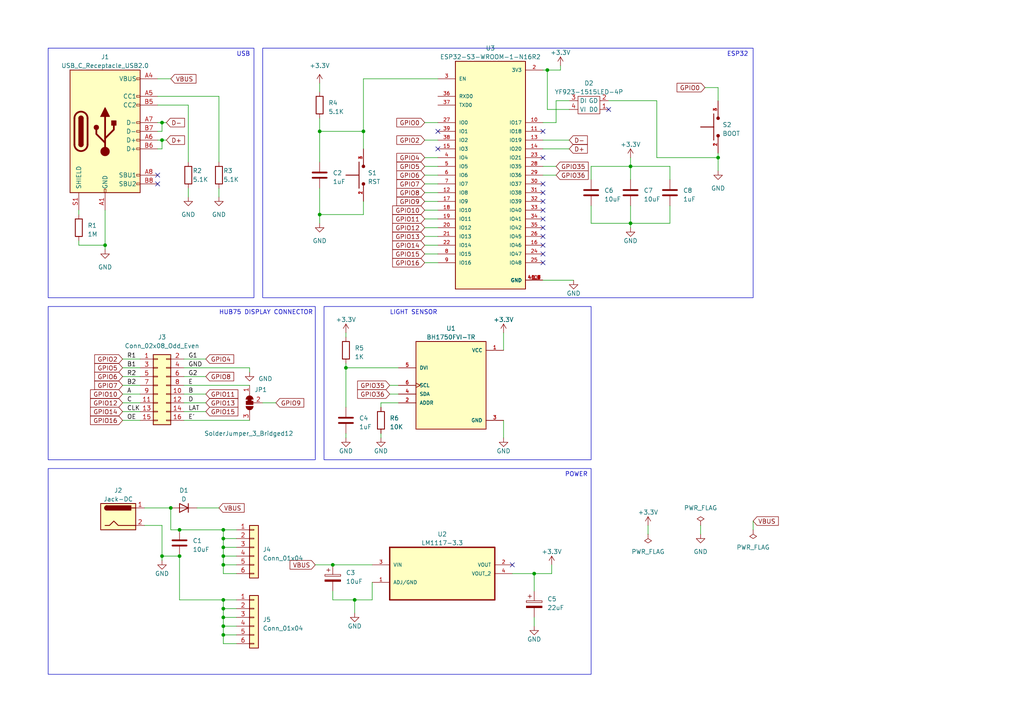
<source format=kicad_sch>
(kicad_sch (version 20230121) (generator eeschema)
  (paper "A4")
  (title_block (title "Station Display") (date "2023-08-05") (rev "E") (company "www.stationdisplay.com") (comment 1 "Stefan Schüller"))
  (lib_symbols
    (symbol "BH1750FVI-TR:BH1750FVI-TR" (pin_names (offset 1.016))
      (property "Reference" "U" (at -10.1737 13.462 0))
      (property "Value" "BH1750FVI-TR" (at -9.922 -15.24 0))
      (symbol "BH1750FVI-TR_0_0"
        (rectangle (start -10.16 -12.7) (end 10.16 12.7) (stroke (width 0.254)) (fill (type background)))
        (pin power_in line (at 15.24 10.16 180) (length 5.08) (name "VCC") (number "1"))
        (pin input line (at -15.24 -5.08 0) (length 5.08) (name "ADDR") (number "2"))
        (pin power_in line (at 15.24 -10.16 180) (length 5.08) (name "GND") (number "3"))
        (pin bidirectional line (at -15.24 -2.54 0) (length 5.08) (name "SDA") (number "4"))
        (pin input line (at -15.24 5.08 0) (length 5.08) (name "DVI") (number "5"))
        (pin input clock (at -15.24 0 0) (length 5.08) (name "SCL") (number "6"))
      )
    )
    (symbol "Connector:Jack-DC" (pin_names (offset 1.016))
      (property "Reference" "J" (at 0 5.334 0))
      (property "Value" "Jack-DC" (at 0 -5.08 0))
      (symbol "Jack-DC_0_1"
        (rectangle (start -5.08 3.81) (end 5.08 -3.81) (stroke (width 0.254)) (fill (type background)))
        (arc (start -3.302 3.175) (mid -3.9343 2.54) (end -3.302 1.905) (stroke (width 0.254)))
        (arc (start -3.302 3.175) (mid -3.9343 2.54) (end -3.302 1.905) (stroke (width 0.254)) (fill (type outline)))
        (polyline (pts (xy 5.08 2.54) (xy 3.81 2.54)) (stroke (width 0.254)))
        (polyline (pts (xy -3.81 -2.54) (xy -2.54 -2.54) (xy -1.27 -1.27) (xy 0 -2.54) (xy 2.54 -2.54) (xy 5.08 -2.54)) (stroke (width 0.254)))
        (rectangle (start 3.683 3.175) (end -3.302 1.905) (stroke (width 0.254)) (fill (type outline)))
      )
      (symbol "Jack-DC_1_1"
        (pin passive line (at 7.62 2.54 180) (length 2.54) (name "~") (number "1"))
        (pin passive line (at 7.62 -2.54 180) (length 2.54) (name "~") (number "2"))
      )
    )
    (symbol "Connector:USB_C_Receptacle_USB2.0" (pin_names (offset 1.016))
      (property "Reference" "J" (at -10.16 19.05 0))
      (property "Value" "USB_C_Receptacle_USB2.0" (at 19.05 19.05 0))
      (symbol "USB_C_Receptacle_USB2.0_0_0"
        (rectangle (start -0.254 -17.78) (end 0.254 -16.764))
        (rectangle (start 10.16 -14.986) (end 9.144 -15.494))
        (rectangle (start 10.16 -12.446) (end 9.144 -12.954))
        (rectangle (start 10.16 -4.826) (end 9.144 -5.334))
        (rectangle (start 10.16 -2.286) (end 9.144 -2.794))
        (rectangle (start 10.16 0.254) (end 9.144 -0.254))
        (rectangle (start 10.16 2.794) (end 9.144 2.286))
        (rectangle (start 10.16 7.874) (end 9.144 7.366))
        (rectangle (start 10.16 10.414) (end 9.144 9.906))
        (rectangle (start 10.16 15.494) (end 9.144 14.986))
      )
      (symbol "USB_C_Receptacle_USB2.0_0_1"
        (rectangle (start -10.16 17.78) (end 10.16 -17.78) (stroke (width 0.254)) (fill (type background)))
        (arc (start -8.89 -3.81) (mid -6.985 -5.7067) (end -5.08 -3.81) (stroke (width 0.508)))
        (arc (start -7.62 -3.81) (mid -6.985 -4.4423) (end -6.35 -3.81) (stroke (width 0.254)))
        (arc (start -7.62 -3.81) (mid -6.985 -4.4423) (end -6.35 -3.81) (stroke (width 0.254)) (fill (type outline)))
        (rectangle (start -7.62 -3.81) (end -6.35 3.81) (stroke (width 0.254)) (fill (type outline)))
        (arc (start -6.35 3.81) (mid -6.985 4.4423) (end -7.62 3.81) (stroke (width 0.254)))
        (arc (start -6.35 3.81) (mid -6.985 4.4423) (end -7.62 3.81) (stroke (width 0.254)) (fill (type outline)))
        (arc (start -5.08 3.81) (mid -6.985 5.7067) (end -8.89 3.81) (stroke (width 0.508)))
        (circle (center -2.54 1.143) (radius 0.635) (stroke (width 0.254)) (fill (type outline)))
        (circle (center 0 -5.842) (radius 1.27) (fill (type outline)))
        (polyline (pts (xy -8.89 -3.81) (xy -8.89 3.81)) (stroke (width 0.508)))
        (polyline (pts (xy -5.08 3.81) (xy -5.08 -3.81)) (stroke (width 0.508)))
        (polyline (pts (xy 0 -5.842) (xy 0 4.318)) (stroke (width 0.508)))
        (polyline (pts (xy 0 -3.302) (xy -2.54 -0.762) (xy -2.54 0.508)) (stroke (width 0.508)))
        (polyline (pts (xy 0 -2.032) (xy 2.54 0.508) (xy 2.54 1.778)) (stroke (width 0.508)))
        (polyline (pts (xy -1.27 4.318) (xy 0 6.858) (xy 1.27 4.318) (xy -1.27 4.318)) (stroke (width 0.254)) (fill (type outline)))
        (rectangle (start 1.905 1.778) (end 3.175 3.048) (stroke (width 0.254)) (fill (type outline)))
      )
      (symbol "USB_C_Receptacle_USB2.0_1_1"
        (pin passive line (at 0 -22.86 90) (length 5.08) (name "GND") (number "A1"))
        (pin passive line (at 0 -22.86 90) (length 5.08) hide (name "GND") (number "A12"))
        (pin passive line (at 15.24 15.24 180) (length 5.08) (name "VBUS") (number "A4"))
        (pin bidirectional line (at 15.24 10.16 180) (length 5.08) (name "CC1") (number "A5"))
        (pin bidirectional line (at 15.24 -2.54 180) (length 5.08) (name "D+") (number "A6"))
        (pin bidirectional line (at 15.24 2.54 180) (length 5.08) (name "D-") (number "A7"))
        (pin bidirectional line (at 15.24 -12.7 180) (length 5.08) (name "SBU1") (number "A8"))
        (pin passive line (at 15.24 15.24 180) (length 5.08) hide (name "VBUS") (number "A9"))
        (pin passive line (at 0 -22.86 90) (length 5.08) hide (name "GND") (number "B1"))
        (pin passive line (at 0 -22.86 90) (length 5.08) hide (name "GND") (number "B12"))
        (pin passive line (at 15.24 15.24 180) (length 5.08) hide (name "VBUS") (number "B4"))
        (pin bidirectional line (at 15.24 7.62 180) (length 5.08) (name "CC2") (number "B5"))
        (pin bidirectional line (at 15.24 -5.08 180) (length 5.08) (name "D+") (number "B6"))
        (pin bidirectional line (at 15.24 0 180) (length 5.08) (name "D-") (number "B7"))
        (pin bidirectional line (at 15.24 -15.24 180) (length 5.08) (name "SBU2") (number "B8"))
        (pin passive line (at 15.24 15.24 180) (length 5.08) hide (name "VBUS") (number "B9"))
        (pin passive line (at -7.62 -22.86 90) (length 5.08) (name "SHIELD") (number "S1"))
      )
    )
    (symbol "Connector_Generic:Conn_01x06" (pin_names (offset 1.016) hide)
      (property "Reference" "J" (at 0 7.62 0))
      (property "Value" "Conn_01x06" (at 0 -10.16 0))
      (symbol "Conn_01x06_1_1"
        (rectangle (start -1.27 -7.493) (end 0 -7.747) (stroke (width 0.1524)))
        (rectangle (start -1.27 -4.953) (end 0 -5.207) (stroke (width 0.1524)))
        (rectangle (start -1.27 -2.413) (end 0 -2.667) (stroke (width 0.1524)))
        (rectangle (start -1.27 0.127) (end 0 -0.127) (stroke (width 0.1524)))
        (rectangle (start -1.27 2.667) (end 0 2.413) (stroke (width 0.1524)))
        (rectangle (start -1.27 5.207) (end 0 4.953) (stroke (width 0.1524)))
        (rectangle (start -1.27 6.35) (end 1.27 -8.89) (stroke (width 0.254)) (fill (type background)))
        (pin passive line (at -5.08 5.08 0) (length 3.81) (name "Pin_1") (number "1"))
        (pin passive line (at -5.08 2.54 0) (length 3.81) (name "Pin_2") (number "2"))
        (pin passive line (at -5.08 0 0) (length 3.81) (name "Pin_3") (number "3"))
        (pin passive line (at -5.08 -2.54 0) (length 3.81) (name "Pin_4") (number "4"))
        (pin passive line (at -5.08 -5.08 0) (length 3.81) (name "Pin_5") (number "5"))
        (pin passive line (at -5.08 -7.62 0) (length 3.81) (name "Pin_6") (number "6"))
      )
    )
    (symbol "Connector_Generic:Conn_02x08_Odd_Even" (pin_names (offset 1.016) hide)
      (property "Reference" "J" (at 1.27 10.16 0))
      (property "Value" "Conn_02x08_Odd_Even" (at 1.27 -12.7 0))
      (symbol "Conn_02x08_Odd_Even_1_1"
        (rectangle (start -1.27 -10.033) (end 0 -10.287) (stroke (width 0.1524)))
        (rectangle (start -1.27 -7.493) (end 0 -7.747) (stroke (width 0.1524)))
        (rectangle (start -1.27 -4.953) (end 0 -5.207) (stroke (width 0.1524)))
        (rectangle (start -1.27 -2.413) (end 0 -2.667) (stroke (width 0.1524)))
        (rectangle (start -1.27 0.127) (end 0 -0.127) (stroke (width 0.1524)))
        (rectangle (start -1.27 2.667) (end 0 2.413) (stroke (width 0.1524)))
        (rectangle (start -1.27 5.207) (end 0 4.953) (stroke (width 0.1524)))
        (rectangle (start -1.27 7.747) (end 0 7.493) (stroke (width 0.1524)))
        (rectangle (start -1.27 8.89) (end 3.81 -11.43) (stroke (width 0.254)) (fill (type background)))
        (rectangle (start 3.81 -10.033) (end 2.54 -10.287) (stroke (width 0.1524)))
        (rectangle (start 3.81 -7.493) (end 2.54 -7.747) (stroke (width 0.1524)))
        (rectangle (start 3.81 -4.953) (end 2.54 -5.207) (stroke (width 0.1524)))
        (rectangle (start 3.81 -2.413) (end 2.54 -2.667) (stroke (width 0.1524)))
        (rectangle (start 3.81 0.127) (end 2.54 -0.127) (stroke (width 0.1524)))
        (rectangle (start 3.81 2.667) (end 2.54 2.413) (stroke (width 0.1524)))
        (rectangle (start 3.81 5.207) (end 2.54 4.953) (stroke (width 0.1524)))
        (rectangle (start 3.81 7.747) (end 2.54 7.493) (stroke (width 0.1524)))
        (pin passive line (at -5.08 7.62 0) (length 3.81) (name "Pin_1") (number "1"))
        (pin passive line (at 7.62 -2.54 180) (length 3.81) (name "Pin_10") (number "10"))
        (pin passive line (at -5.08 -5.08 0) (length 3.81) (name "Pin_11") (number "11"))
        (pin passive line (at 7.62 -5.08 180) (length 3.81) (name "Pin_12") (number "12"))
        (pin passive line (at -5.08 -7.62 0) (length 3.81) (name "Pin_13") (number "13"))
        (pin passive line (at 7.62 -7.62 180) (length 3.81) (name "Pin_14") (number "14"))
        (pin passive line (at -5.08 -10.16 0) (length 3.81) (name "Pin_15") (number "15"))
        (pin passive line (at 7.62 -10.16 180) (length 3.81) (name "Pin_16") (number "16"))
        (pin passive line (at 7.62 7.62 180) (length 3.81) (name "Pin_2") (number "2"))
        (pin passive line (at -5.08 5.08 0) (length 3.81) (name "Pin_3") (number "3"))
        (pin passive line (at 7.62 5.08 180) (length 3.81) (name "Pin_4") (number "4"))
        (pin passive line (at -5.08 2.54 0) (length 3.81) (name "Pin_5") (number "5"))
        (pin passive line (at 7.62 2.54 180) (length 3.81) (name "Pin_6") (number "6"))
        (pin passive line (at -5.08 0 0) (length 3.81) (name "Pin_7") (number "7"))
        (pin passive line (at 7.62 0 180) (length 3.81) (name "Pin_8") (number "8"))
        (pin passive line (at -5.08 -2.54 0) (length 3.81) (name "Pin_9") (number "9"))
      )
    )
    (symbol "Device:C" (pin_numbers hide) (pin_names (offset 0.254))
      (property "Reference" "C" (at 0.635 2.54 0))
      (property "Value" "C" (at 0.635 -2.54 0))
      (symbol "C_0_1"
        (polyline (pts (xy -2.032 -0.762) (xy 2.032 -0.762)) (stroke (width 0.508)))
        (polyline (pts (xy -2.032 0.762) (xy 2.032 0.762)) (stroke (width 0.508)))
      )
      (symbol "C_1_1"
        (pin passive line (at 0 3.81 270) (length 2.794) (name "~") (number "1"))
        (pin passive line (at 0 -3.81 90) (length 2.794) (name "~") (number "2"))
      )
    )
    (symbol "Device:C_Polarized" (pin_numbers hide) (pin_names (offset 0.254))
      (property "Reference" "C" (at 0.635 2.54 0))
      (property "Value" "C_Polarized" (at 0.635 -2.54 0))
      (symbol "C_Polarized_0_1"
        (rectangle (start -2.286 0.508) (end 2.286 1.016))
        (polyline (pts (xy -1.778 2.286) (xy -0.762 2.286)))
        (polyline (pts (xy -1.27 2.794) (xy -1.27 1.778)))
        (rectangle (start 2.286 -0.508) (end -2.286 -1.016) (fill (type outline)))
      )
      (symbol "C_Polarized_1_1"
        (pin passive line (at 0 3.81 270) (length 2.794) (name "~") (number "1"))
        (pin passive line (at 0 -3.81 90) (length 2.794) (name "~") (number "2"))
      )
    )
    (symbol "Device:D" (pin_numbers hide) (pin_names (offset 1.016) hide)
      (property "Reference" "D" (at 0 2.54 0))
      (property "Value" "D" (at 0 -2.54 0))
      (symbol "D_0_1"
        (polyline (pts (xy -1.27 1.27) (xy -1.27 -1.27)) (stroke (width 0.254)))
        (polyline (pts (xy 1.27 0) (xy -1.27 0)))
        (polyline (pts (xy 1.27 1.27) (xy 1.27 -1.27) (xy -1.27 0) (xy 1.27 1.27)) (stroke (width 0.254)))
      )
      (symbol "D_1_1"
        (pin passive line (at -3.81 0 0) (length 2.54) (name "K") (number "1"))
        (pin passive line (at 3.81 0 180) (length 2.54) (name "A") (number "2"))
      )
    )
    (symbol "Device:R" (pin_numbers hide) (pin_names (offset 0))
      (property "Reference" "R" (at 2.032 0 90))
      (property "Value" "R" (at 0 0 90))
      (symbol "R_0_1"
        (rectangle (start -1.016 -2.54) (end 1.016 2.54) (stroke (width 0.254)))
      )
      (symbol "R_1_1"
        (pin passive line (at 0 3.81 270) (length 1.27) (name "~") (number "1"))
        (pin passive line (at 0 -3.81 90) (length 1.27) (name "~") (number "2"))
      )
    )
    (symbol "ESP32-S3-WROOM-1-N16R2:ESP32-S3-WROOM-1-N16R2" (pin_names (offset 1.016))
      (property "Reference" "U" (at -10.16 34.1122 0))
      (property "Value" "ESP32-S3-WROOM-1-N16R2" (at -10.16 -35.56 0))
      (symbol "ESP32-S3-WROOM-1-N16R2_0_0"
        (rectangle (start -10.16 -33.02) (end 10.16 33.02) (stroke (width 0.254)) (fill (type background)))
        (pin power_in line (at 15.24 -30.48 180) (length 5.08) (name "GND") (number "1"))
        (pin bidirectional line (at 15.24 15.24 180) (length 5.08) (name "IO17") (number "10"))
        (pin bidirectional line (at 15.24 12.7 180) (length 5.08) (name "IO18") (number "11"))
        (pin bidirectional line (at -15.24 -5.08 0) (length 5.08) (name "IO8") (number "12"))
        (pin bidirectional line (at 15.24 10.16 180) (length 5.08) (name "IO19") (number "13"))
        (pin bidirectional line (at 15.24 7.62 180) (length 5.08) (name "IO20") (number "14"))
        (pin bidirectional line (at -15.24 7.62 0) (length 5.08) (name "IO3") (number "15"))
        (pin bidirectional line (at 15.24 -20.32 180) (length 5.08) (name "IO46") (number "16"))
        (pin bidirectional line (at -15.24 -7.62 0) (length 5.08) (name "IO9") (number "17"))
        (pin bidirectional line (at -15.24 -10.16 0) (length 5.08) (name "IO10") (number "18"))
        (pin bidirectional line (at -15.24 -12.7 0) (length 5.08) (name "IO11") (number "19"))
        (pin power_in line (at 15.24 30.48 180) (length 5.08) (name "3V3") (number "2"))
        (pin bidirectional line (at -15.24 -15.24 0) (length 5.08) (name "IO12") (number "20"))
        (pin bidirectional line (at -15.24 -17.78 0) (length 5.08) (name "IO13") (number "21"))
        (pin bidirectional line (at -15.24 -20.32 0) (length 5.08) (name "IO14") (number "22"))
        (pin bidirectional line (at 15.24 5.08 180) (length 5.08) (name "IO21") (number "23"))
        (pin bidirectional line (at 15.24 -22.86 180) (length 5.08) (name "IO47") (number "24"))
        (pin bidirectional line (at 15.24 -25.4 180) (length 5.08) (name "IO48") (number "25"))
        (pin bidirectional line (at 15.24 -17.78 180) (length 5.08) (name "IO45") (number "26"))
        (pin bidirectional line (at -15.24 15.24 0) (length 5.08) (name "IO0") (number "27"))
        (pin bidirectional line (at 15.24 2.54 180) (length 5.08) (name "IO35") (number "28"))
        (pin bidirectional line (at 15.24 0 180) (length 5.08) (name "IO36") (number "29"))
        (pin input line (at -15.24 27.94 0) (length 5.08) (name "EN") (number "3"))
        (pin bidirectional line (at 15.24 -2.54 180) (length 5.08) (name "IO37") (number "30"))
        (pin bidirectional line (at 15.24 -5.08 180) (length 5.08) (name "IO38") (number "31"))
        (pin bidirectional line (at 15.24 -7.62 180) (length 5.08) (name "IO39") (number "32"))
        (pin bidirectional line (at 15.24 -10.16 180) (length 5.08) (name "IO40") (number "33"))
        (pin bidirectional line (at 15.24 -12.7 180) (length 5.08) (name "IO41") (number "34"))
        (pin bidirectional line (at 15.24 -15.24 180) (length 5.08) (name "IO42") (number "35"))
        (pin bidirectional line (at -15.24 22.86 0) (length 5.08) (name "RXD0") (number "36"))
        (pin bidirectional line (at -15.24 20.32 0) (length 5.08) (name "TXD0") (number "37"))
        (pin bidirectional line (at -15.24 10.16 0) (length 5.08) (name "IO2") (number "38"))
        (pin bidirectional line (at -15.24 12.7 0) (length 5.08) (name "IO1") (number "39"))
        (pin bidirectional line (at -15.24 5.08 0) (length 5.08) (name "IO4") (number "4"))
        (pin power_in line (at 15.24 -30.48 180) (length 5.08) (name "GND") (number "40"))
        (pin power_in line (at 15.24 -30.48 180) (length 5.08) (name "GND") (number "41_1"))
        (pin power_in line (at 15.24 -30.48 180) (length 5.08) (name "GND") (number "41_2"))
        (pin power_in line (at 15.24 -30.48 180) (length 5.08) (name "GND") (number "41_3"))
        (pin power_in line (at 15.24 -30.48 180) (length 5.08) (name "GND") (number "41_4"))
        (pin power_in line (at 15.24 -30.48 180) (length 5.08) (name "GND") (number "41_5"))
        (pin power_in line (at 15.24 -30.48 180) (length 5.08) (name "GND") (number "41_6"))
        (pin power_in line (at 15.24 -30.48 180) (length 5.08) (name "GND") (number "41_7"))
        (pin power_in line (at 15.24 -30.48 180) (length 5.08) (name "GND") (number "41_8"))
        (pin power_in line (at 15.24 -30.48 180) (length 5.08) (name "GND") (number "41_9"))
        (pin bidirectional line (at -15.24 2.54 0) (length 5.08) (name "IO5") (number "5"))
        (pin bidirectional line (at -15.24 0 0) (length 5.08) (name "IO6") (number "6"))
        (pin bidirectional line (at -15.24 -2.54 0) (length 5.08) (name "IO7") (number "7"))
        (pin bidirectional line (at -15.24 -22.86 0) (length 5.08) (name "IO15") (number "8"))
        (pin bidirectional line (at -15.24 -25.4 0) (length 5.08) (name "IO16") (number "9"))
      )
    )
    (symbol "Jumper:SolderJumper_3_Bridged12" (pin_names (offset 0) hide)
      (property "Reference" "JP" (at -2.54 -2.54 0))
      (property "Value" "SolderJumper_3_Bridged12" (at 0 2.794 0))
      (symbol "SolderJumper_3_Bridged12_0_1"
        (rectangle (start -1.016 0.508) (end -0.508 -0.508) (fill (type outline)))
        (arc (start -1.016 1.016) (mid -2.0276 0) (end -1.016 -1.016))
        (arc (start -1.016 1.016) (mid -2.0276 0) (end -1.016 -1.016) (fill (type outline)))
        (rectangle (start -0.508 1.016) (end 0.508 -1.016) (fill (type outline)))
        (polyline (pts (xy -2.54 0) (xy -2.032 0)))
        (polyline (pts (xy -1.016 1.016) (xy -1.016 -1.016)))
        (polyline (pts (xy 0 -1.27) (xy 0 -1.016)))
        (polyline (pts (xy 1.016 1.016) (xy 1.016 -1.016)))
        (polyline (pts (xy 2.54 0) (xy 2.032 0)))
        (arc (start 1.016 -1.016) (mid 2.0276 0) (end 1.016 1.016))
        (arc (start 1.016 -1.016) (mid 2.0276 0) (end 1.016 1.016) (fill (type outline)))
      )
      (symbol "SolderJumper_3_Bridged12_1_1"
        (pin passive line (at -5.08 0 0) (length 2.54) (name "A") (number "1"))
        (pin passive line (at 0 -3.81 90) (length 2.54) (name "C") (number "2"))
        (pin passive line (at 5.08 0 180) (length 2.54) (name "B") (number "3"))
      )
    )
    (symbol "LM1117-3.3:LM1117-3.3" (pin_names (offset 1.016))
      (property "Reference" "U" (at -4.6353 6.4181 0))
      (property "Value" "LM1117-3.3" (at -5.5051 -12.7177 0))
      (symbol "LM1117-3.3_0_0"
        (rectangle (start -15.24 -10.16) (end 15.24 5.08) (stroke (width 0.4064)) (fill (type background)))
        (pin passive line (at -20.32 -5.08 0) (length 5.08) (name "ADJ/GND") (number "1"))
        (pin output line (at 20.32 0 180) (length 5.08) (name "VOUT") (number "2"))
        (pin input line (at -20.32 0 0) (length 5.08) (name "VIN") (number "3"))
        (pin output line (at 20.32 -2.54 180) (length 5.08) (name "VOUT_2") (number "4"))
      )
    )
    (symbol "SKRPABE010:SKRPABE010" (pin_names (offset 1.016))
      (property "Reference" "S" (at -5.08 6.35 0))
      (property "Value" "SKRPABE010" (at -5.08 -5.08 0))
      (symbol "SKRPABE010_0_0"
        (circle (center -2.54 0) (radius 0.254) (stroke (width 0.508)))
        (polyline (pts (xy -3.81 1.27) (xy 0 1.27)) (stroke (width 0.254)))
        (polyline (pts (xy 0 1.27) (xy 0 5.08)) (stroke (width 0.254)))
        (polyline (pts (xy 0 1.27) (xy 3.81 1.27)) (stroke (width 0.254)))
        (circle (center 2.54 0) (radius 0.254) (stroke (width 0.508)))
        (pin passive line (at -7.62 0 0) (length 5.08) (name "~") (number "1"))
        (pin passive line (at -7.62 0 0) (length 5.08) (name "~") (number "2"))
        (pin passive line (at 7.62 0 180) (length 5.08) (name "~") (number "3"))
        (pin passive line (at 7.62 0 180) (length 5.08) (name "~") (number "4"))
      )
    )
    (symbol "WS2812B:YF923-1515LED-4P"
      (property "Reference" "D" (at 0 0 0))
      (property "Value" "YF923-1515LED-4P" (at 0 2.54 0))
      (symbol "YF923-1515LED-4P_0_1"
        (rectangle (start -3.81 8.89) (end 2.54 3.81))
      )
      (symbol "YF923-1515LED-4P_1_1"
        (pin output line (at 5.08 5.08 180) (length 2.54) (name "D0") (number "1"))
        (pin power_in line (at 5.08 7.62 180) (length 2.54) (name "GD") (number "2"))
        (pin input line (at -6.35 7.62 0) (length 2.54) (name "DI") (number "3"))
        (pin power_in line (at -6.35 5.08 0) (length 2.54) (name "VI") (number "4"))
      )
    )
    (symbol "power:+3.3V" (power) (pin_names (offset 0))
      (property "Value" "+3.3V" (at 0 3.556 0))
      (symbol "+3.3V_0_1"
        (polyline (pts (xy -0.762 1.27) (xy 0 2.54)))
        (polyline (pts (xy 0 0) (xy 0 2.54)))
        (polyline (pts (xy 0 2.54) (xy 0.762 1.27)))
      )
      (symbol "+3.3V_1_1"
        (pin power_in line (at 0 0 90) (length 0) hide (name "+3.3V") (number "1"))
      )
    )
    (symbol "power:GND" (power) (pin_names (offset 0))
      (property "Value" "GND" (at 0 -3.81 0))
      (symbol "GND_0_1"
        (polyline (pts (xy 0 0) (xy 0 -1.27) (xy 1.27 -1.27) (xy 0 -2.54) (xy -1.27 -1.27) (xy 0 -1.27)))
      )
      (symbol "GND_1_1"
        (pin power_in line (at 0 0 270) (length 0) hide (name "GND") (number "1"))
      )
    )
    (symbol "power:PWR_FLAG" (power) (pin_numbers hide) (pin_names (offset 0) hide)
      (property "Value" "PWR_FLAG" (at 0 3.81 0))
      (symbol "PWR_FLAG_0_0"
        (pin power_out line (at 0 0 90) (length 0) (name "pwr") (number "1"))
      )
      (symbol "PWR_FLAG_0_1"
        (polyline (pts (xy 0 0) (xy 0 1.27) (xy -1.016 1.905) (xy 0 2.54) (xy 1.016 1.905) (xy 0 1.27)))
      )
    )
  )
  (junction (at 100.33 106.68))
  (junction (at 64.77 156.21))
  (junction (at 64.77 158.75))
  (junction (at 46.99 35.56))
  (junction (at 30.48 71.12))
  (junction (at 96.52 163.83))
  (junction (at 154.94 166.37))
  (junction (at 64.77 163.83))
  (junction (at 208.28 45.72))
  (junction (at 105.41 38.1))
  (junction (at 46.99 40.64))
  (junction (at 64.77 184.15))
  (junction (at 182.88 48.26))
  (junction (at 64.77 176.53))
  (junction (at 92.71 62.23))
  (junction (at 64.77 153.67))
  (junction (at 52.07 153.67))
  (junction (at 64.77 181.61))
  (junction (at 46.99 161.29))
  (junction (at 49.53 147.32))
  (junction (at 64.77 161.29))
  (junction (at 52.07 161.29))
  (junction (at 64.77 173.99))
  (junction (at 158.75 20.32))
  (junction (at 64.77 179.07))
  (junction (at 182.88 64.77))
  (junction (at 102.87 173.99))
  (junction (at 92.71 38.1))
  (no_connect (at 45.72 50.8))
  (no_connect (at 157.48 76.2))
  (no_connect (at 157.48 38.1))
  (no_connect (at 157.48 71.12))
  (no_connect (at 127 43.18))
  (no_connect (at 157.48 63.5))
  (no_connect (at 157.48 60.96))
  (no_connect (at 157.48 45.72))
  (no_connect (at 176.53 31.75))
  (no_connect (at 157.48 53.34))
  (no_connect (at 157.48 68.58))
  (no_connect (at 148.59 163.83))
  (no_connect (at 157.48 73.66))
  (no_connect (at 127 38.1))
  (no_connect (at 157.48 58.42))
  (no_connect (at 157.48 55.88))
  (no_connect (at 45.72 53.34))
  (no_connect (at 157.48 66.04))
  (wire (pts (xy 45.72 40.64) (xy 46.99 40.64)))
  (wire (pts (xy 46.99 161.29) (xy 52.07 161.29)))
  (wire (pts (xy 64.77 173.99) (xy 52.07 173.99)))
  (wire (pts (xy 53.34 104.14) (xy 59.69 104.14)))
  (wire (pts (xy 96.52 173.99) (xy 102.87 173.99)))
  (wire (pts (xy 208.28 25.4) (xy 208.28 29.21)))
  (wire (pts (xy 190.5 29.21) (xy 176.53 29.21)))
  (wire (pts (xy 160.02 166.37) (xy 160.02 163.83)))
  (wire (pts (xy 35.56 106.68) (xy 40.64 106.68)))
  (wire (pts (xy 157.48 81.28) (xy 166.37 81.28)))
  (wire (pts (xy 161.29 29.21) (xy 161.29 35.56)))
  (wire (pts (xy 110.49 116.84) (xy 115.57 116.84)))
  (wire (pts (xy 113.03 111.76) (xy 115.57 111.76)))
  (wire (pts (xy 100.33 125.73) (xy 100.33 127)))
  (wire (pts (xy 157.48 40.64) (xy 165.1 40.64)))
  (wire (pts (xy 68.58 158.75) (xy 64.77 158.75)))
  (wire (pts (xy 41.91 152.4) (xy 46.99 152.4)))
  (wire (pts (xy 22.86 71.12) (xy 30.48 71.12)))
  (wire (pts (xy 203.2 154.94) (xy 203.2 152.4)))
  (wire (pts (xy 146.05 121.92) (xy 146.05 127)))
  (wire (pts (xy 92.71 24.13) (xy 92.71 26.67)))
  (wire (pts (xy 35.56 111.76) (xy 40.64 111.76)))
  (wire (pts (xy 68.58 163.83) (xy 64.77 163.83)))
  (wire (pts (xy 68.58 166.37) (xy 64.77 166.37)))
  (wire (pts (xy 35.56 109.22) (xy 40.64 109.22)))
  (wire (pts (xy 158.75 31.75) (xy 165.1 31.75)))
  (wire (pts (xy 123.19 71.12) (xy 127 71.12)))
  (wire (pts (xy 182.88 45.72) (xy 182.88 48.26)))
  (wire (pts (xy 146.05 96.52) (xy 146.05 101.6)))
  (wire (pts (xy 46.99 162.56) (xy 46.99 161.29)))
  (wire (pts (xy 92.71 62.23) (xy 92.71 64.77)))
  (wire (pts (xy 35.56 104.14) (xy 40.64 104.14)))
  (wire (pts (xy 46.99 35.56) (xy 48.26 35.56)))
  (wire (pts (xy 46.99 152.4) (xy 46.99 161.29)))
  (wire (pts (xy 208.28 44.45) (xy 208.28 45.72)))
  (wire (pts (xy 105.41 58.42) (xy 105.41 62.23)))
  (wire (pts (xy 157.48 48.26) (xy 161.29 48.26)))
  (wire (pts (xy 96.52 163.83) (xy 107.95 163.83)))
  (wire (pts (xy 154.94 179.07) (xy 154.94 181.61)))
  (wire (pts (xy 68.58 173.99) (xy 64.77 173.99)))
  (wire (pts (xy 187.96 152.4) (xy 187.96 154.94)))
  (wire (pts (xy 35.56 116.84) (xy 40.64 116.84)))
  (wire (pts (xy 35.56 119.38) (xy 40.64 119.38)))
  (wire (pts (xy 123.19 63.5) (xy 127 63.5)))
  (wire (pts (xy 171.45 48.26) (xy 182.88 48.26)))
  (wire (pts (xy 171.45 59.69) (xy 171.45 64.77)))
  (wire (pts (xy 76.2 116.84) (xy 80.01 116.84)))
  (wire (pts (xy 64.77 179.07) (xy 64.77 176.53)))
  (wire (pts (xy 53.34 111.76) (xy 72.39 111.76)))
  (wire (pts (xy 53.34 116.84) (xy 59.69 116.84)))
  (wire (pts (xy 45.72 35.56) (xy 46.99 35.56)))
  (wire (pts (xy 53.34 109.22) (xy 59.69 109.22)))
  (wire (pts (xy 64.77 158.75) (xy 64.77 156.21)))
  (wire (pts (xy 54.61 30.48) (xy 45.72 30.48)))
  (wire (pts (xy 54.61 46.99) (xy 54.61 30.48)))
  (wire (pts (xy 107.95 173.99) (xy 102.87 173.99)))
  (wire (pts (xy 204.47 25.4) (xy 208.28 25.4)))
  (wire (pts (xy 64.77 153.67) (xy 68.58 153.67)))
  (wire (pts (xy 64.77 176.53) (xy 64.77 173.99)))
  (wire (pts (xy 165.1 29.21) (xy 161.29 29.21)))
  (wire (pts (xy 194.31 52.07) (xy 194.31 48.26)))
  (wire (pts (xy 49.53 153.67) (xy 49.53 147.32)))
  (wire (pts (xy 123.19 50.8) (xy 127 50.8)))
  (wire (pts (xy 68.58 156.21) (xy 64.77 156.21)))
  (wire (pts (xy 96.52 171.45) (xy 96.52 173.99)))
  (wire (pts (xy 162.56 19.05) (xy 162.56 20.32)))
  (wire (pts (xy 64.77 156.21) (xy 64.77 153.67)))
  (wire (pts (xy 154.94 166.37) (xy 160.02 166.37)))
  (wire (pts (xy 123.19 66.04) (xy 127 66.04)))
  (wire (pts (xy 148.59 166.37) (xy 154.94 166.37)))
  (wire (pts (xy 105.41 22.86) (xy 105.41 38.1)))
  (wire (pts (xy 68.58 161.29) (xy 64.77 161.29)))
  (wire (pts (xy 110.49 118.11) (xy 110.49 116.84)))
  (wire (pts (xy 68.58 184.15) (xy 64.77 184.15)))
  (wire (pts (xy 53.34 119.38) (xy 59.69 119.38)))
  (wire (pts (xy 41.91 147.32) (xy 49.53 147.32)))
  (wire (pts (xy 123.19 45.72) (xy 127 45.72)))
  (wire (pts (xy 64.77 163.83) (xy 64.77 161.29)))
  (wire (pts (xy 45.72 38.1) (xy 46.99 38.1)))
  (wire (pts (xy 123.19 60.96) (xy 127 60.96)))
  (wire (pts (xy 182.88 52.07) (xy 182.88 48.26)))
  (wire (pts (xy 91.44 163.83) (xy 96.52 163.83)))
  (wire (pts (xy 100.33 105.41) (xy 100.33 106.68)))
  (wire (pts (xy 64.77 186.69) (xy 64.77 184.15)))
  (wire (pts (xy 123.19 53.34) (xy 127 53.34)))
  (wire (pts (xy 100.33 118.11) (xy 100.33 106.68)))
  (wire (pts (xy 45.72 22.86) (xy 49.53 22.86)))
  (wire (pts (xy 35.56 121.92) (xy 40.64 121.92)))
  (wire (pts (xy 92.71 54.61) (xy 92.71 62.23)))
  (wire (pts (xy 194.31 59.69) (xy 194.31 64.77)))
  (wire (pts (xy 158.75 20.32) (xy 157.48 20.32)))
  (wire (pts (xy 100.33 96.52) (xy 100.33 97.79)))
  (wire (pts (xy 123.19 68.58) (xy 127 68.58)))
  (wire (pts (xy 68.58 186.69) (xy 64.77 186.69)))
  (wire (pts (xy 57.15 147.32) (xy 63.5 147.32)))
  (wire (pts (xy 157.48 50.8) (xy 161.29 50.8)))
  (wire (pts (xy 68.58 176.53) (xy 64.77 176.53)))
  (wire (pts (xy 102.87 173.99) (xy 102.87 177.8)))
  (wire (pts (xy 46.99 43.18) (xy 46.99 40.64)))
  (wire (pts (xy 64.77 161.29) (xy 64.77 158.75)))
  (wire (pts (xy 49.53 153.67) (xy 52.07 153.67)))
  (wire (pts (xy 123.19 55.88) (xy 127 55.88)))
  (wire (pts (xy 208.28 45.72) (xy 190.5 45.72)))
  (wire (pts (xy 45.72 27.94) (xy 63.5 27.94)))
  (wire (pts (xy 64.77 166.37) (xy 64.77 163.83)))
  (wire (pts (xy 46.99 38.1) (xy 46.99 35.56)))
  (wire (pts (xy 194.31 48.26) (xy 182.88 48.26)))
  (wire (pts (xy 68.58 181.61) (xy 64.77 181.61)))
  (wire (pts (xy 123.19 58.42) (xy 127 58.42)))
  (wire (pts (xy 92.71 38.1) (xy 92.71 46.99)))
  (wire (pts (xy 182.88 66.04) (xy 182.88 64.77)))
  (wire (pts (xy 123.19 35.56) (xy 127 35.56)))
  (wire (pts (xy 54.61 54.61) (xy 54.61 57.15)))
  (wire (pts (xy 158.75 20.32) (xy 158.75 31.75)))
  (wire (pts (xy 22.86 60.96) (xy 22.86 62.23)))
  (wire (pts (xy 123.19 40.64) (xy 127 40.64)))
  (wire (pts (xy 92.71 34.29) (xy 92.71 38.1)))
  (wire (pts (xy 72.39 107.95) (xy 72.39 106.68)))
  (wire (pts (xy 161.29 35.56) (xy 157.48 35.56)))
  (wire (pts (xy 22.86 69.85) (xy 22.86 71.12)))
  (wire (pts (xy 52.07 153.67) (xy 64.77 153.67)))
  (wire (pts (xy 68.58 179.07) (xy 64.77 179.07)))
  (wire (pts (xy 157.48 43.18) (xy 165.1 43.18)))
  (wire (pts (xy 182.88 64.77) (xy 182.88 59.69)))
  (wire (pts (xy 208.28 45.72) (xy 208.28 49.53)))
  (wire (pts (xy 113.03 114.3) (xy 115.57 114.3)))
  (wire (pts (xy 92.71 38.1) (xy 105.41 38.1)))
  (wire (pts (xy 53.34 114.3) (xy 59.69 114.3)))
  (wire (pts (xy 100.33 106.68) (xy 115.57 106.68)))
  (wire (pts (xy 162.56 20.32) (xy 158.75 20.32)))
  (wire (pts (xy 53.34 121.92) (xy 72.39 121.92)))
  (wire (pts (xy 63.5 54.61) (xy 63.5 57.15)))
  (wire (pts (xy 63.5 27.94) (xy 63.5 46.99)))
  (wire (pts (xy 30.48 71.12) (xy 30.48 72.39)))
  (wire (pts (xy 190.5 45.72) (xy 190.5 29.21)))
  (wire (pts (xy 52.07 173.99) (xy 52.07 161.29)))
  (wire (pts (xy 64.77 181.61) (xy 64.77 179.07)))
  (wire (pts (xy 171.45 64.77) (xy 182.88 64.77)))
  (wire (pts (xy 127 22.86) (xy 105.41 22.86)))
  (wire (pts (xy 64.77 184.15) (xy 64.77 181.61)))
  (wire (pts (xy 218.44 151.13) (xy 218.44 153.67)))
  (wire (pts (xy 182.88 64.77) (xy 194.31 64.77)))
  (wire (pts (xy 154.94 166.37) (xy 154.94 171.45)))
  (wire (pts (xy 123.19 73.66) (xy 127 73.66)))
  (wire (pts (xy 123.19 76.2) (xy 127 76.2)))
  (wire (pts (xy 53.34 106.68) (xy 72.39 106.68)))
  (wire (pts (xy 110.49 125.73) (xy 110.49 127)))
  (wire (pts (xy 105.41 62.23) (xy 92.71 62.23)))
  (wire (pts (xy 123.19 48.26) (xy 127 48.26)))
  (wire (pts (xy 45.72 43.18) (xy 46.99 43.18)))
  (wire (pts (xy 171.45 52.07) (xy 171.45 48.26)))
  (wire (pts (xy 46.99 40.64) (xy 48.26 40.64)))
  (wire (pts (xy 107.95 168.91) (xy 107.95 173.99)))
  (wire (pts (xy 105.41 38.1) (xy 105.41 43.18)))
  (wire (pts (xy 35.56 114.3) (xy 40.64 114.3)))
  (wire (pts (xy 30.48 60.96) (xy 30.48 71.12)))
  (rectangle (start 76.2 13.97) (end 218.44 86.36))
  (rectangle (start 13.97 135.89) (end 171.45 195.58))
  (rectangle (start 13.97 88.9) (end 91.44 133.35))
  (rectangle (start 93.98 88.9) (end 171.45 133.35))
  (rectangle (start 13.97 13.97) (end 73.66 86.36))
  (text "USB" (at 68.58 16.51 0) (effects (font (size 1.27 1.27)) (justify left bottom)))
  (text "HUB75 DISPLAY CONNECTOR" (at 63.5 91.44 0) (effects (font (size 1.27 1.27)) (justify left bottom)))
  (text "ESP32" (at 210.82 16.51 0) (effects (font (size 1.27 1.27)) (justify left bottom)))
  (text "POWER" (at 163.83 138.43 0) (effects (font (size 1.27 1.27)) (justify left bottom)))
  (text "LIGHT SENSOR" (at 113.03 91.44 0) (effects (font (size 1.27 1.27)) (justify left bottom)))
  (label "B1" (at 36.83 106.68 0))
  (label "LAT" (at 54.61 119.38 0))
  (label "C" (at 36.83 116.84 0))
  (label "R2" (at 36.83 109.22 0))
  (label "B2" (at 36.83 111.76 0))
  (label "B" (at 54.61 114.3 0))
  (label "D" (at 54.61 116.84 0))
  (label "G1" (at 54.61 104.14 0))
  (label "GND" (at 54.61 106.68 0))
  (label "G2" (at 54.61 109.22 0))
  (label "E'" (at 54.61 121.92 0))
  (label "CLK" (at 36.83 119.38 0))
  (label "OE" (at 36.83 121.92 0))
  (label "A" (at 36.83 114.3 0))
  (label "E" (at 54.61 111.76 0))
  (label "R1" (at 36.83 104.14 0))
  (global_label "GPIO16" (shape input) (at 123.19 76.2 180) (property "Intersheetrefs" "${INTERSHEET_REFS}" (effects hide)))
  (global_label "GPIO12" (shape input) (at 35.56 116.84 180) (property "Intersheetrefs" "${INTERSHEET_REFS}" (effects hide)))
  (global_label "GPIO8" (shape input) (at 123.19 55.88 180) (property "Intersheetrefs" "${INTERSHEET_REFS}" (effects hide)))
  (global_label "GPIO7" (shape input) (at 123.19 53.34 180) (property "Intersheetrefs" "${INTERSHEET_REFS}" (effects hide)))
  (global_label "GPIO12" (shape input) (at 123.19 66.04 180) (property "Intersheetrefs" "${INTERSHEET_REFS}" (effects hide)))
  (global_label "VBUS" (shape input) (at 218.44 151.13 0) (property "Intersheetrefs" "${INTERSHEET_REFS}" (effects hide)))
  (global_label "GPIO9" (shape input) (at 123.19 58.42 180) (property "Intersheetrefs" "${INTERSHEET_REFS}" (effects hide)))
  (global_label "GPIO35" (shape input) (at 113.03 111.76 180) (property "Intersheetrefs" "${INTERSHEET_REFS}" (effects hide)))
  (global_label "GPIO5" (shape input) (at 35.56 106.68 180) (property "Intersheetrefs" "${INTERSHEET_REFS}" (effects hide)))
  (global_label "GPIO9" (shape input) (at 80.01 116.84 0) (property "Intersheetrefs" "${INTERSHEET_REFS}" (effects hide)))
  (global_label "VBUS" (shape input) (at 91.44 163.83 180) (property "Intersheetrefs" "${INTERSHEET_REFS}" (effects hide)))
  (global_label "GPIO6" (shape input) (at 123.19 50.8 180) (property "Intersheetrefs" "${INTERSHEET_REFS}" (effects hide)))
  (global_label "D-" (shape input) (at 48.26 35.56 0) (property "Intersheetrefs" "${INTERSHEET_REFS}" (effects hide)))
  (global_label "GPIO0" (shape input) (at 204.47 25.4 180) (property "Intersheetrefs" "${INTERSHEET_REFS}" (effects hide)))
  (global_label "GPIO15" (shape input) (at 59.69 119.38 0) (property "Intersheetrefs" "${INTERSHEET_REFS}" (effects hide)))
  (global_label "VBUS" (shape input) (at 63.5 147.32 0) (property "Intersheetrefs" "${INTERSHEET_REFS}" (effects hide)))
  (global_label "GPIO36" (shape input) (at 161.29 50.8 0) (property "Intersheetrefs" "${INTERSHEET_REFS}" (effects hide)))
  (global_label "GPIO8" (shape input) (at 59.69 109.22 0) (property "Intersheetrefs" "${INTERSHEET_REFS}" (effects hide)))
  (global_label "GPIO13" (shape input) (at 123.19 68.58 180) (property "Intersheetrefs" "${INTERSHEET_REFS}" (effects hide)))
  (global_label "GPIO4" (shape input) (at 123.19 45.72 180) (property "Intersheetrefs" "${INTERSHEET_REFS}" (effects hide)))
  (global_label "VBUS" (shape input) (at 49.53 22.86 0) (property "Intersheetrefs" "${INTERSHEET_REFS}" (effects hide)))
  (global_label "GPIO15" (shape input) (at 123.19 73.66 180) (property "Intersheetrefs" "${INTERSHEET_REFS}" (effects hide)))
  (global_label "D-" (shape input) (at 165.1 40.64 0) (property "Intersheetrefs" "${INTERSHEET_REFS}" (effects hide)))
  (global_label "GPIO13" (shape input) (at 59.69 116.84 0) (property "Intersheetrefs" "${INTERSHEET_REFS}" (effects hide)))
  (global_label "GPIO6" (shape input) (at 35.56 109.22 180) (property "Intersheetrefs" "${INTERSHEET_REFS}" (effects hide)))
  (global_label "GPIO2" (shape input) (at 123.19 40.64 180) (property "Intersheetrefs" "${INTERSHEET_REFS}" (effects hide)))
  (global_label "D+" (shape input) (at 48.26 40.64 0) (property "Intersheetrefs" "${INTERSHEET_REFS}" (effects hide)))
  (global_label "GPIO10" (shape input) (at 35.56 114.3 180) (property "Intersheetrefs" "${INTERSHEET_REFS}" (effects hide)))
  (global_label "GPIO35" (shape input) (at 161.29 48.26 0) (property "Intersheetrefs" "${INTERSHEET_REFS}" (effects hide)))
  (global_label "D+" (shape input) (at 165.1 43.18 0) (property "Intersheetrefs" "${INTERSHEET_REFS}" (effects hide)))
  (global_label "GPIO36" (shape input) (at 113.03 114.3 180) (property "Intersheetrefs" "${INTERSHEET_REFS}" (effects hide)))
  (global_label "GPIO14" (shape input) (at 35.56 119.38 180) (property "Intersheetrefs" "${INTERSHEET_REFS}" (effects hide)))
  (global_label "GPIO11" (shape input) (at 123.19 63.5 180) (property "Intersheetrefs" "${INTERSHEET_REFS}" (effects hide)))
  (global_label "GPIO5" (shape input) (at 123.19 48.26 180) (property "Intersheetrefs" "${INTERSHEET_REFS}" (effects hide)))
  (global_label "GPIO11" (shape input) (at 59.69 114.3 0) (property "Intersheetrefs" "${INTERSHEET_REFS}" (effects hide)))
  (global_label "GPIO14" (shape input) (at 123.19 71.12 180) (property "Intersheetrefs" "${INTERSHEET_REFS}" (effects hide)))
  (global_label "GPIO16" (shape input) (at 35.56 121.92 180) (property "Intersheetrefs" "${INTERSHEET_REFS}" (effects hide)))
  (global_label "GPIO10" (shape input) (at 123.19 60.96 180) (property "Intersheetrefs" "${INTERSHEET_REFS}" (effects hide)))
  (global_label "GPIO7" (shape input) (at 35.56 111.76 180) (property "Intersheetrefs" "${INTERSHEET_REFS}" (effects hide)))
  (global_label "GPIO4" (shape input) (at 59.69 104.14 0) (property "Intersheetrefs" "${INTERSHEET_REFS}" (effects hide)))
  (global_label "GPIO2" (shape input) (at 35.56 104.14 180) (property "Intersheetrefs" "${INTERSHEET_REFS}" (effects hide)))
  (global_label "GPIO0" (shape input) (at 123.19 35.56 180) (property "Intersheetrefs" "${INTERSHEET_REFS}" (effects hide)))
  (symbol (lib_id "Device:R") (at 54.61 50.8 180) (unit 1)
    (property "Reference" "R2" (at 55.88 49.53 0) (effects (justify right)))
    (property "Value" "5.1K" (at 55.88 52.07 0) (effects (justify right)))
    (property "Footprint" "Resistor_SMD:R_1206_3216Metric" (effects hide))
    (property "LCSC" "C17968" (effects hide))
  )
  (symbol (lib_id "SKRPABE010:SKRPABE010") (at 105.41 50.8 90) (unit 1)
    (property "Reference" "S1" (at 106.68 50.165 90) (effects (justify right)))
    (property "Value" "RST" (at 106.68 52.705 90) (effects (justify right)))
    (property "Footprint" "Techdroid:SW_SKRPABE010" (effects hide))
    (property "STANDARD" "Manufacturer Recommendations" (effects hide))
    (property "MAXIMUM_PACKAGE_HEIGHT" "2.5 mm" (effects hide))
    (property "MANUFACTURER" "Alps" (effects hide))
    (property "LCSC" "C115360" (effects hide))
  )
  (symbol (lib_id "power:+3.3V") (at 182.88 45.72 0) (unit 1)
    (property "Reference" "#PWR015" (effects hide))
    (property "Value" "+3.3V" (at 182.88 41.91 0))
  )
  (symbol (lib_id "power:GND") (at 166.37 81.28 0) (unit 1)
    (property "Reference" "#PWR014" (effects hide))
    (property "Value" "GND" (at 166.37 85.09 0))
  )
  (symbol (lib_id "power:GND") (at 154.94 181.61 0) (unit 1)
    (property "Reference" "#PWR011" (effects hide))
    (property "Value" "GND" (at 154.94 185.42 0))
  )
  (symbol (lib_id "power:+3.3V") (at 162.56 19.05 0) (unit 1)
    (property "Reference" "#PWR013" (effects hide))
    (property "Value" "+3.3V" (at 162.56 15.24 0))
  )
  (symbol (lib_id "power:+3.3V") (at 187.96 152.4 0) (unit 1)
    (property "Reference" "#PWR017" (effects hide))
    (property "Value" "+3.3V" (at 187.96 148.59 0))
  )
  (symbol (lib_id "power:GND") (at 110.49 127 0) (unit 1)
    (property "Reference" "#PWR010" (effects hide))
    (property "Value" "GND" (at 110.49 130.81 0))
  )
  (symbol (lib_id "power:PWR_FLAG") (at 187.96 154.94 180) (unit 1)
    (property "Reference" "#FLG01" (effects hide))
    (property "Value" "PWR_FLAG" (at 187.96 160.02 0))
  )
  (symbol (lib_id "power:+3.3V") (at 160.02 163.83 0) (unit 1)
    (property "Reference" "#PWR012" (effects hide))
    (property "Value" "+3.3V" (at 160.02 160.02 0))
  )
  (symbol (lib_id "Device:R") (at 110.49 121.92 180) (unit 1)
    (property "Reference" "R6" (at 113.03 121.285 0) (effects (justify right)))
    (property "Value" "10K" (at 113.03 123.825 0) (effects (justify right)))
    (property "Footprint" "Resistor_SMD:R_1206_3216Metric" (effects hide))
    (property "LCSC" "C17902" (effects hide))
  )
  (symbol (lib_id "Device:C_Polarized") (at 154.94 175.26 0) (unit 1)
    (property "Reference" "C5" (at 158.75 173.736 0) (effects (justify left)))
    (property "Value" "22uF" (at 158.75 176.276 0) (effects (justify left)))
    (property "Footprint" "Capacitor_Tantalum_SMD:CP_EIA-3528-12_Kemet-T" (effects hide))
    (property "LCSC" "C1952922" (effects hide))
  )
  (symbol (lib_id "Device:D") (at 53.34 147.32 180) (unit 1)
    (property "Reference" "D1" (at 53.34 142.24 0))
    (property "Value" "D" (at 53.34 144.78 0))
    (property "Footprint" "Diode_SMD:D_1206_3216Metric" (effects hide))
    (property "Sim.Device" "D" (effects hide))
    (property "Sim.Pins" "1=K 2=A" (effects hide))
    (property "LCSC" "C143805" (effects hide))
  )
  (symbol (lib_id "Jumper:SolderJumper_3_Bridged12") (at 72.39 116.84 90) (mirror x) (unit 1)
    (property "Reference" "JP1" (at 77.47 113.03 90) (effects (justify left)))
    (property "Value" "SolderJumper_3_Bridged12" (at 85.09 125.73 90) (effects (justify left)))
    (property "Footprint" "Jumper:SolderJumper-3_P1.3mm_Bridged12_RoundedPad1.0x1.5mm" (effects hide))
  )
  (symbol (lib_id "power:+3.3V") (at 92.71 24.13 0) (unit 1)
    (property "Reference" "#PWR06" (effects hide))
    (property "Value" "+3.3V" (at 92.71 19.05 0))
  )
  (symbol (lib_id "BH1750FVI-TR:BH1750FVI-TR") (at 130.81 111.76 0) (unit 1)
    (property "Reference" "U1" (at 130.81 95.25 0))
    (property "Value" "BH1750FVI-TR" (at 130.81 97.79 0))
    (property "Footprint" "Techdroid:XDCR_BH1750FVI-TR" (effects hide))
    (property "PARTREV" "D" (effects hide))
    (property "STANDARD" "Manufacturer recommendations" (effects hide))
    (property "MAXIMUM_PACKAGE_HEIGHT" "0.75mm" (effects hide))
    (property "MANUFACTURER" "Rohm" (effects hide))
    (property "LCSC" "C78960" (effects hide))
  )
  (symbol (lib_id "power:GND") (at 54.61 57.15 0) (unit 1)
    (property "Reference" "#PWR03" (effects hide))
    (property "Value" "GND" (at 54.61 62.23 0))
  )
  (symbol (lib_id "Device:R") (at 22.86 66.04 180) (unit 1)
    (property "Reference" "R1" (at 25.4 65.405 0) (effects (justify right)))
    (property "Value" "1M" (at 25.4 67.945 0) (effects (justify right)))
    (property "Footprint" "Resistor_SMD:R_1206_3216Metric" (effects hide))
    (property "LCSC" "C104604" (effects hide))
  )
  (symbol (lib_id "Device:C") (at 194.31 55.88 0) (unit 1)
    (property "Reference" "C8" (at 198.12 55.245 0) (effects (justify left)))
    (property "Value" "1uF" (at 198.12 57.785 0) (effects (justify left)))
    (property "Footprint" "Capacitor_SMD:C_1206_3216Metric" (effects hide))
    (property "LCSC" "C282823" (effects hide))
  )
  (symbol (lib_id "Device:R") (at 100.33 101.6 180) (unit 1)
    (property "Reference" "R5" (at 102.87 100.965 0) (effects (justify right)))
    (property "Value" "1K" (at 102.87 103.505 0) (effects (justify right)))
    (property "Footprint" "Resistor_SMD:R_1206_3216Metric" (effects hide))
    (property "LCSC" "C4410" (effects hide))
  )
  (symbol (lib_id "Connector_Generic:Conn_02x08_Odd_Even") (at 45.72 111.76 0) (unit 1)
    (property "Reference" "J3" (at 46.99 97.79 0))
    (property "Value" "Conn_02x08_Odd_Even" (at 46.99 100.33 0))
    (property "Footprint" "Connector_IDC:IDC-Header_2x08_P2.54mm_Vertical_SMD" (effects hide))
    (property "LCSC" "C601969" (effects hide))
  )
  (symbol (lib_id "power:GND") (at 46.99 162.56 0) (unit 1)
    (property "Reference" "#PWR02" (effects hide))
    (property "Value" "GND" (at 46.99 166.37 0))
  )
  (symbol (lib_id "power:GND") (at 30.48 72.39 0) (unit 1)
    (property "Reference" "#PWR01" (effects hide))
    (property "Value" "GND" (at 30.48 77.47 0))
  )
  (symbol (lib_id "Connector:Jack-DC") (at 34.29 149.86 0) (unit 1)
    (property "Reference" "J2" (at 34.29 142.24 0))
    (property "Value" "Jack-DC" (at 34.29 144.78 0))
    (property "Footprint" "Techdroid:BarrelJack_Kycon_KLDX-0202-xC_Horizontal" (effects hide))
    (property "LCSC" "C111573" (effects hide))
  )
  (symbol (lib_id "power:PWR_FLAG") (at 203.2 152.4 0) (unit 1)
    (property "Reference" "#FLG02" (effects hide))
    (property "Value" "PWR_FLAG" (at 203.2 147.32 0))
  )
  (symbol (lib_id "power:GND") (at 203.2 154.94 0) (unit 1)
    (property "Reference" "#PWR018" (effects hide))
    (property "Value" "GND" (at 203.2 160.02 0))
  )
  (symbol (lib_id "Connector:USB_C_Receptacle_USB2.0") (at 30.48 38.1 0) (unit 1)
    (property "Reference" "J1" (at 30.48 16.51 0))
    (property "Value" "USB_C_Receptacle_USB2.0" (at 30.48 19.05 0))
    (property "Footprint" "Techdroid:TYPE-C-31-M-14" (effects hide))
    (property "Datasheet" "https://www.usb.org/sites/default/files/documents/usb_type-c.zip" (effects hide))
    (property "LCSC" "C223907" (effects hide))
  )
  (symbol (lib_id "power:GND") (at 182.88 66.04 0) (unit 1)
    (property "Reference" "#PWR016" (effects hide))
    (property "Value" "GND" (at 182.88 69.85 0))
  )
  (symbol (lib_id "Device:C") (at 52.07 157.48 0) (unit 1)
    (property "Reference" "C1" (at 55.88 156.845 0) (effects (justify left)))
    (property "Value" "10uF" (at 55.88 159.385 0) (effects (justify left)))
    (property "Footprint" "Capacitor_SMD:C_1825_4564Metric" (effects hide))
    (property "LCSC" "C1021605" (effects hide))
  )
  (symbol (lib_id "Device:C") (at 92.71 50.8 0) (unit 1)
    (property "Reference" "C2" (at 96.52 50.165 0) (effects (justify left)))
    (property "Value" "1uF" (at 96.52 52.705 0) (effects (justify left)))
    (property "Footprint" "Capacitor_SMD:C_1206_3216Metric" (effects hide))
    (property "LCSC" "C282823" (effects hide))
  )
  (symbol (lib_id "ESP32-S3-WROOM-1-N16R2:ESP32-S3-WROOM-1-N16R2") (at 142.24 50.8 0) (unit 1)
    (property "Reference" "U3" (at 142.24 13.97 0))
    (property "Value" "ESP32-S3-WROOM-1-N16R2" (at 142.24 16.51 0))
    (property "Footprint" "Techdroid:XCVR_ESP32-S3-WROOM-1-N16R2" (effects hide))
    (property "PARTREV" "v1.0" (effects hide))
    (property "MANUFACTURER" "Espressif" (effects hide))
    (property "MAXIMUM_PACKAGE_HEIGHT" "3.25mm" (effects hide))
    (property "STANDARD" "Manufacturer Recommendations" (effects hide))
    (property "LCSC" "C2913198" (effects hide))
  )
  (symbol (lib_id "Device:R") (at 63.5 50.8 180) (unit 1)
    (property "Reference" "R3" (at 64.77 49.53 0) (effects (justify right)))
    (property "Value" "5.1K" (at 64.77 52.07 0) (effects (justify right)))
    (property "Footprint" "Resistor_SMD:R_1206_3216Metric" (effects hide))
    (property "LCSC" "C17968" (effects hide))
  )
  (symbol (lib_id "power:+3.3V") (at 146.05 96.52 0) (unit 1)
    (property "Reference" "#PWR021" (effects hide))
    (property "Value" "+3.3V" (at 146.05 92.71 0))
  )
  (symbol (lib_id "power:GND") (at 72.39 107.95 0) (unit 1)
    (property "Reference" "#PWR05" (effects hide))
    (property "Value" "GND" (at 74.93 109.855 0) (effects (justify left)))
  )
  (symbol (lib_id "power:GND") (at 146.05 127 0) (unit 1)
    (property "Reference" "#PWR022" (effects hide))
    (property "Value" "GND" (at 146.05 130.81 0))
  )
  (symbol (lib_id "LM1117-3.3:LM1117-3.3") (at 128.27 163.83 0) (unit 1)
    (property "Reference" "U2" (at 128.27 154.94 0))
    (property "Value" "LM1117-3.3" (at 128.27 157.48 0))
    (property "Footprint" "Package_TO_SOT_SMD:TO-263-3_TabPin4" (effects hide))
    (property "Datasheet" "https://datasheet.lcsc.com/lcsc/2209211201_HGSEMI-LM1117S-3-3-TR_C498315.pdf" (effects hide))
    (property "DESCRIPTION" "adjustable, pin, supply, process, number, volt, voltage, shutdown, ic, Power Management, current, temperature, min, l..." (effects hide))
    (property "MP" "LM1117IMP-3.3/NOPB" (effects hide))
    (property "LCSC" "C498315" (effects hide))
  )
  (symbol (lib_id "power:PWR_FLAG") (at 218.44 153.67 180) (unit 1)
    (property "Reference" "#FLG03" (effects hide))
    (property "Value" "PWR_FLAG" (at 218.44 158.75 0))
  )
  (symbol (lib_id "power:+3.3V") (at 100.33 96.52 0) (unit 1)
    (property "Reference" "#PWR020" (effects hide))
    (property "Value" "+3.3V" (at 100.33 92.71 0))
  )
  (symbol (lib_id "Device:C") (at 171.45 55.88 0) (unit 1)
    (property "Reference" "C6" (at 175.26 55.245 0) (effects (justify left)))
    (property "Value" "10uF" (at 175.26 57.785 0) (effects (justify left)))
    (property "Footprint" "Capacitor_SMD:C_1206_3216Metric" (effects hide))
    (property "LCSC" "C9807" (effects hide))
  )
  (symbol (lib_id "power:GND") (at 208.28 49.53 0) (unit 1)
    (property "Reference" "#PWR019" (effects hide))
    (property "Value" "GND" (at 208.28 54.61 0))
  )
  (symbol (lib_id "power:GND") (at 63.5 57.15 0) (unit 1)
    (property "Reference" "#PWR04" (effects hide))
    (property "Value" "GND" (at 63.5 62.23 0))
  )
  (symbol (lib_id "Device:C_Polarized") (at 96.52 167.64 0) (unit 1)
    (property "Reference" "C3" (at 100.33 166.116 0) (effects (justify left)))
    (property "Value" "10uF" (at 100.33 168.656 0) (effects (justify left)))
    (property "Footprint" "Capacitor_Tantalum_SMD:CP_EIA-3528-12_Kemet-T" (effects hide))
    (property "LCSC" "C2156473" (effects hide))
  )
  (symbol (lib_id "power:GND") (at 102.87 177.8 0) (unit 1)
    (property "Reference" "#PWR08" (effects hide))
    (property "Value" "GND" (at 102.87 181.61 0))
  )
  (symbol (lib_id "WS2812B:YF923-1515LED-4P") (at 171.45 36.83 0) (unit 1)
    (property "Reference" "D2" (at 170.815 24.13 0))
    (property "Value" "YF923-1515LED-4P" (at 170.815 26.67 0))
    (property "Footprint" "Techdroid:LED_SK6812_EC15_1.5x1.5mm" (effects hide))
    (property "LCSC" "C5349954" (effects hide))
  )
  (symbol (lib_id "Device:C") (at 100.33 121.92 0) (unit 1)
    (property "Reference" "C4" (at 104.14 121.285 0) (effects (justify left)))
    (property "Value" "1uF" (at 104.14 123.825 0) (effects (justify left)))
    (property "Footprint" "Capacitor_SMD:C_1206_3216Metric" (effects hide))
    (property "LCSC" "C282823" (effects hide))
  )
  (symbol (lib_id "Device:R") (at 92.71 30.48 0) (unit 1)
    (property "Reference" "R4" (at 95.25 29.845 0) (effects (justify left)))
    (property "Value" "5.1K" (at 95.25 32.385 0) (effects (justify left)))
    (property "Footprint" "Resistor_SMD:R_1206_3216Metric" (effects hide))
    (property "LCSC" "C17968" (effects hide))
  )
  (symbol (lib_id "Device:C") (at 182.88 55.88 0) (unit 1)
    (property "Reference" "C7" (at 186.69 55.245 0) (effects (justify left)))
    (property "Value" "10uF" (at 186.69 57.785 0) (effects (justify left)))
    (property "Footprint" "Capacitor_SMD:C_1206_3216Metric" (effects hide))
    (property "LCSC" "C9807" (effects hide))
  )
  (symbol (lib_id "Connector_Generic:Conn_01x06") (at 73.66 158.75 0) (unit 1)
    (property "Reference" "J4" (at 76.2 159.385 0) (effects (justify left)))
    (property "Value" "Conn_01x04" (at 76.2 161.925 0) (effects (justify left)))
    (property "Footprint" "Connector_JST:JST_VH_B6P-VH-B_1x06_P3.96mm_Vertical" (effects hide))
    (property "LCSC" "C160314" (effects hide))
  )
  (symbol (lib_id "SKRPABE010:SKRPABE010") (at 208.28 36.83 90) (unit 1)
    (property "Reference" "S2" (at 209.55 36.195 90) (effects (justify right)))
    (property "Value" "BOOT" (at 209.55 38.735 90) (effects (justify right)))
    (property "Footprint" "Techdroid:SW_SKRPABE010" (effects hide))
    (property "STANDARD" "Manufacturer Recommendations" (effects hide))
    (property "MAXIMUM_PACKAGE_HEIGHT" "2.5 mm" (effects hide))
    (property "MANUFACTURER" "Alps" (effects hide))
    (property "LCSC" "C115360" (effects hide))
  )
  (symbol (lib_id "power:GND") (at 92.71 64.77 0) (unit 1)
    (property "Reference" "#PWR07" (effects hide))
    (property "Value" "GND" (at 92.71 69.85 0))
  )
  (symbol (lib_id "power:GND") (at 100.33 127 0) (unit 1)
    (property "Reference" "#PWR09" (effects hide))
    (property "Value" "GND" (at 100.33 130.81 0))
  )
  (symbol (lib_id "Connector_Generic:Conn_01x06") (at 73.66 179.07 0) (unit 1)
    (property "Reference" "J5" (at 76.2 179.705 0) (effects (justify left)))
    (property "Value" "Conn_01x04" (at 76.2 182.245 0) (effects (justify left)))
    (property "Footprint" "Connector_JST:JST_VH_B6P-VH-B_1x06_P3.96mm_Vertical" (effects hide))
    (property "LCSC" "C160314" (effects hide))
  )
)
</source>
